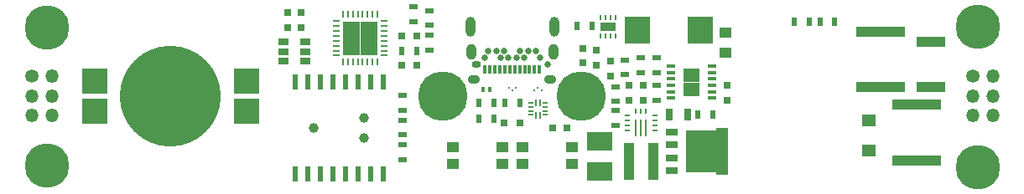
<source format=gbr>
G04 #@! TF.GenerationSoftware,KiCad,Pcbnew,(5.0.0)*
G04 #@! TF.CreationDate,2018-10-02T23:19:20-07:00*
G04 #@! TF.ProjectId,nixie_bottom_board,6E697869655F626F74746F6D5F626F61,rev?*
G04 #@! TF.SameCoordinates,Original*
G04 #@! TF.FileFunction,Soldermask,Top*
G04 #@! TF.FilePolarity,Negative*
%FSLAX46Y46*%
G04 Gerber Fmt 4.6, Leading zero omitted, Abs format (unit mm)*
G04 Created by KiCad (PCBNEW (5.0.0)) date 10/02/18 23:19:20*
%MOMM*%
%LPD*%
G01*
G04 APERTURE LIST*
%ADD10O,1.200000X0.900000*%
%ADD11C,0.650000*%
%ADD12O,0.950000X0.650000*%
%ADD13O,1.000000X2.000000*%
%ADD14O,1.000000X1.600000*%
%ADD15R,0.300000X0.900000*%
%ADD16R,0.500000X0.900000*%
%ADD17R,1.725000X1.725000*%
%ADD18R,0.250000X0.700000*%
%ADD19R,0.700000X0.250000*%
%ADD20R,1.000000X3.800000*%
%ADD21R,0.750000X0.800000*%
%ADD22C,10.200000*%
%ADD23R,2.500000X2.500000*%
%ADD24R,0.800000X0.800000*%
%ADD25R,0.800000X0.750000*%
%ADD26C,0.990600*%
%ADD27R,0.600000X1.500000*%
%ADD28C,1.350000*%
%ADD29O,1.350000X1.350000*%
%ADD30R,0.200000X0.700000*%
%ADD31R,0.500000X0.200000*%
%ADD32R,0.250000X1.800000*%
%ADD33R,0.600000X0.250000*%
%ADD34R,0.250000X0.600000*%
%ADD35R,1.300000X1.000000*%
%ADD36R,0.200000X0.200000*%
%ADD37R,0.300000X0.550000*%
%ADD38R,2.550000X2.700000*%
%ADD39R,2.500000X1.950000*%
%ADD40R,1.150000X0.700000*%
%ADD41R,3.300000X4.200000*%
%ADD42R,1.300000X4.700000*%
%ADD43R,1.250000X1.000000*%
%ADD44R,3.000000X1.000000*%
%ADD45R,5.000000X1.000000*%
%ADD46R,0.900000X0.500000*%
%ADD47C,0.800000*%
%ADD48C,4.500000*%
%ADD49C,5.000000*%
%ADD50R,0.700000X1.300000*%
%ADD51R,1.060000X0.650000*%
%ADD52R,0.825000X0.712500*%
%ADD53R,0.890000X0.420000*%
%ADD54R,1.400000X1.200000*%
%ADD55R,0.250000X0.500000*%
%ADD56R,1.600000X0.900000*%
G04 APERTURE END LIST*
D10*
G04 #@! TO.C,J1*
X146155000Y-98310000D03*
X153845000Y-98310000D03*
D11*
X152400000Y-95410000D03*
X151600000Y-95410000D03*
X150800000Y-95410000D03*
X149200000Y-95410000D03*
X148400000Y-95410000D03*
X147600000Y-95410000D03*
X152800000Y-96110000D03*
X151200000Y-96110000D03*
X150400000Y-96110000D03*
X149600000Y-96110000D03*
X148800000Y-96110000D03*
X147200000Y-96110000D03*
X153600000Y-96760000D03*
D12*
X146400000Y-96760000D03*
D13*
X154220000Y-92995000D03*
X145780000Y-92995000D03*
D14*
X145870000Y-95510000D03*
D15*
X147750000Y-97330000D03*
X149250000Y-97330000D03*
X148750000Y-97330000D03*
X148250000Y-97330000D03*
X147250000Y-97330000D03*
X149750000Y-97330000D03*
X150250000Y-97330000D03*
X150750000Y-97330000D03*
X151250000Y-97330000D03*
X151750000Y-97330000D03*
X152250000Y-97330000D03*
X152750000Y-97330000D03*
D14*
X154130000Y-95510000D03*
G04 #@! TD*
D16*
G04 #@! TO.C,R20*
X182550000Y-92500000D03*
X181050000Y-92500000D03*
G04 #@! TD*
G04 #@! TO.C,R21*
X179950000Y-92500000D03*
X178450000Y-92500000D03*
G04 #@! TD*
D17*
G04 #@! TO.C,U2*
X135512500Y-95012500D03*
X135512500Y-93287500D03*
X133787500Y-95012500D03*
X133787500Y-93287500D03*
D18*
X136400000Y-96550000D03*
X135900000Y-96550000D03*
X135400000Y-96550000D03*
X134900000Y-96550000D03*
X134400000Y-96550000D03*
X133900000Y-96550000D03*
X133400000Y-96550000D03*
X132900000Y-96550000D03*
D19*
X132250000Y-95900000D03*
X132250000Y-95400000D03*
X132250000Y-94900000D03*
X132250000Y-94400000D03*
X132250000Y-93900000D03*
X132250000Y-93400000D03*
X132250000Y-92900000D03*
X132250000Y-92400000D03*
D18*
X132900000Y-91750000D03*
X133400000Y-91750000D03*
X133900000Y-91750000D03*
X134400000Y-91750000D03*
X134900000Y-91750000D03*
X135400000Y-91750000D03*
X135900000Y-91750000D03*
X136400000Y-91750000D03*
D19*
X137050000Y-92400000D03*
X137050000Y-92900000D03*
X137050000Y-93400000D03*
X137050000Y-93900000D03*
X137050000Y-94400000D03*
X137050000Y-94900000D03*
X137050000Y-95400000D03*
X137050000Y-95900000D03*
G04 #@! TD*
D20*
G04 #@! TO.C,L1*
X164200000Y-106600000D03*
X161800000Y-106600000D03*
G04 #@! TD*
D21*
G04 #@! TO.C,C17*
X157100000Y-95150000D03*
X157100000Y-96650000D03*
G04 #@! TD*
D22*
G04 #@! TO.C,BT1*
X115500000Y-100000000D03*
D23*
X107850000Y-101550000D03*
X107850000Y-98450000D03*
X123150000Y-101550000D03*
X123150000Y-98450000D03*
G04 #@! TD*
D24*
G04 #@! TO.C,D5*
X150800000Y-102700000D03*
X149200000Y-102700000D03*
G04 #@! TD*
D16*
G04 #@! TO.C,R13*
X148150000Y-102300000D03*
X146650000Y-102300000D03*
G04 #@! TD*
D25*
G04 #@! TO.C,C12*
X138850000Y-96900000D03*
X140350000Y-96900000D03*
G04 #@! TD*
G04 #@! TO.C,C13*
X140350000Y-93900000D03*
X138850000Y-93900000D03*
G04 #@! TD*
D26*
G04 #@! TO.C,J2*
X135040000Y-102184000D03*
X135040000Y-104216000D03*
X129960000Y-103200000D03*
G04 #@! TD*
D27*
G04 #@! TO.C,U4*
X136945000Y-98550000D03*
X135675000Y-98550000D03*
X134405000Y-98550000D03*
X133135000Y-98550000D03*
X131865000Y-98550000D03*
X130595000Y-98550000D03*
X129325000Y-98550000D03*
X128055000Y-98550000D03*
X128055000Y-107850000D03*
X129325000Y-107850000D03*
X130595000Y-107850000D03*
X131865000Y-107850000D03*
X133135000Y-107850000D03*
X134405000Y-107850000D03*
X135675000Y-107850000D03*
X136945000Y-107850000D03*
G04 #@! TD*
D16*
G04 #@! TO.C,R1*
X149250000Y-100700000D03*
X150750000Y-100700000D03*
G04 #@! TD*
D28*
G04 #@! TO.C,J4*
X101500000Y-98000000D03*
D29*
X103500000Y-98000000D03*
X101500000Y-100000000D03*
X103500000Y-100000000D03*
X101500000Y-102000000D03*
X103500000Y-102000000D03*
G04 #@! TD*
D28*
G04 #@! TO.C,J3*
X196500000Y-98000000D03*
D29*
X198500000Y-98000000D03*
X196500000Y-100000000D03*
X198500000Y-100000000D03*
X196500000Y-102000000D03*
X198500000Y-102000000D03*
G04 #@! TD*
D30*
G04 #@! TO.C,U1*
X152800000Y-100650000D03*
X152400000Y-100650000D03*
D31*
X151850000Y-100700000D03*
X151850000Y-101100000D03*
X151850000Y-101500000D03*
X151850000Y-101900000D03*
D30*
X152400000Y-101950000D03*
X152800000Y-101950000D03*
D31*
X153350000Y-101900000D03*
X153350000Y-101500000D03*
X153350000Y-101100000D03*
X153350000Y-100700000D03*
G04 #@! TD*
D32*
G04 #@! TO.C,U3*
X162500000Y-103250000D03*
X163000000Y-103250000D03*
X163500000Y-103250000D03*
D33*
X164400000Y-103450000D03*
X164400000Y-102950000D03*
X164400000Y-102450000D03*
X164400000Y-101950000D03*
D34*
X163500000Y-101550000D03*
X163000000Y-101550000D03*
X162500000Y-101550000D03*
D33*
X161600000Y-101950000D03*
X161600000Y-102450000D03*
X161600000Y-102950000D03*
X161600000Y-103450000D03*
G04 #@! TD*
D35*
G04 #@! TO.C,SW1*
X149000000Y-106850000D03*
X149000000Y-105150000D03*
X144000000Y-105140000D03*
X144000000Y-106850000D03*
G04 #@! TD*
G04 #@! TO.C,SW2*
X156000000Y-106850000D03*
X156000000Y-105150000D03*
X151000000Y-105140000D03*
X151000000Y-106850000D03*
G04 #@! TD*
D36*
G04 #@! TO.C,D2*
X152940000Y-99450000D03*
X152260000Y-99450000D03*
X152600000Y-99150000D03*
G04 #@! TD*
G04 #@! TO.C,D3*
X149660000Y-99150000D03*
X150340000Y-99150000D03*
X150000000Y-99450000D03*
G04 #@! TD*
D37*
G04 #@! TO.C,D1*
X147050000Y-99300000D03*
X147750000Y-99300000D03*
G04 #@! TD*
D21*
G04 #@! TO.C,C16*
X127300000Y-91550000D03*
X127300000Y-93050000D03*
G04 #@! TD*
D16*
G04 #@! TO.C,R3*
X146650000Y-100700000D03*
X148150000Y-100700000D03*
G04 #@! TD*
D25*
G04 #@! TO.C,C3*
X163250000Y-100400000D03*
X161750000Y-100400000D03*
G04 #@! TD*
D38*
G04 #@! TO.C,C1*
X162650000Y-93300000D03*
X169000000Y-93300000D03*
G04 #@! TD*
D39*
G04 #@! TO.C,C11*
X158800000Y-104575000D03*
X158800000Y-107625000D03*
G04 #@! TD*
D40*
G04 #@! TO.C,Q1*
X166100000Y-107510000D03*
D41*
X169135000Y-105600000D03*
D42*
X171200000Y-105600000D03*
D40*
X166100000Y-106240000D03*
X166100000Y-103690000D03*
X166100000Y-104960000D03*
G04 #@! TD*
D21*
G04 #@! TO.C,C15*
X128700000Y-91550000D03*
X128700000Y-93050000D03*
G04 #@! TD*
D25*
G04 #@! TO.C,C14*
X155550000Y-103200000D03*
X154050000Y-103200000D03*
G04 #@! TD*
D21*
G04 #@! TO.C,C2*
X158500000Y-95350000D03*
X158500000Y-96850000D03*
G04 #@! TD*
D25*
G04 #@! TO.C,C6*
X163250000Y-98900000D03*
X161750000Y-98900000D03*
G04 #@! TD*
D43*
G04 #@! TO.C,C4*
X171500000Y-95600000D03*
X171500000Y-93600000D03*
G04 #@! TD*
D44*
G04 #@! TO.C,C9*
X192300000Y-99100000D03*
X192300000Y-94500000D03*
G04 #@! TD*
D45*
G04 #@! TO.C,C8*
X190800000Y-100900000D03*
X190800000Y-106500000D03*
G04 #@! TD*
D46*
G04 #@! TO.C,R19*
X138900000Y-101450000D03*
X138900000Y-99950000D03*
G04 #@! TD*
D16*
G04 #@! TO.C,R18*
X140350000Y-95400000D03*
X138850000Y-95400000D03*
G04 #@! TD*
D46*
G04 #@! TO.C,R17*
X160400000Y-99050000D03*
X160400000Y-100550000D03*
G04 #@! TD*
G04 #@! TO.C,R16*
X160400000Y-101450000D03*
X160400000Y-102950000D03*
G04 #@! TD*
D47*
G04 #@! TO.C,MH1*
X104237437Y-91862563D03*
X104750000Y-93100000D03*
X104237437Y-94337437D03*
X103000000Y-94850000D03*
X101762563Y-94337437D03*
X101250000Y-93100000D03*
X101762563Y-91862563D03*
X103000000Y-91350000D03*
D48*
X103000000Y-93100000D03*
G04 #@! TD*
G04 #@! TO.C,MH2*
X103000000Y-107000000D03*
D47*
X103000000Y-105250000D03*
X101762563Y-105762563D03*
X101250000Y-107000000D03*
X101762563Y-108237437D03*
X103000000Y-108750000D03*
X104237437Y-108237437D03*
X104750000Y-107000000D03*
X104237437Y-105762563D03*
G04 #@! TD*
G04 #@! TO.C,MH3*
X198237437Y-91762563D03*
X198750000Y-93000000D03*
X198237437Y-94237437D03*
X197000000Y-94750000D03*
X195762563Y-94237437D03*
X195250000Y-93000000D03*
X195762563Y-91762563D03*
X197000000Y-91250000D03*
D48*
X197000000Y-93000000D03*
G04 #@! TD*
G04 #@! TO.C,MH4*
X197000000Y-107200000D03*
D47*
X197000000Y-105450000D03*
X195762563Y-105962563D03*
X195250000Y-107200000D03*
X195762563Y-108437437D03*
X197000000Y-108950000D03*
X198237437Y-108437437D03*
X198750000Y-107200000D03*
X198237437Y-105962563D03*
G04 #@! TD*
D49*
G04 #@! TO.C,MH6*
X157000000Y-100000000D03*
D47*
X158875000Y-100000000D03*
X158325825Y-101325825D03*
X157000000Y-101875000D03*
X155674175Y-101325825D03*
X155125000Y-100000000D03*
X155674175Y-98674175D03*
X157000000Y-98125000D03*
X158325825Y-98674175D03*
G04 #@! TD*
G04 #@! TO.C,MH5*
X144325825Y-98674175D03*
X143000000Y-98125000D03*
X141674175Y-98674175D03*
X141125000Y-100000000D03*
X141674175Y-101325825D03*
X143000000Y-101875000D03*
X144325825Y-101325825D03*
X144875000Y-100000000D03*
D49*
X143000000Y-100000000D03*
G04 #@! TD*
D21*
G04 #@! TO.C,C5*
X159900000Y-96450000D03*
X159900000Y-97950000D03*
G04 #@! TD*
G04 #@! TO.C,C7*
X171700000Y-100450000D03*
X171700000Y-98950000D03*
G04 #@! TD*
D46*
G04 #@! TO.C,R9*
X163000000Y-96150000D03*
X163000000Y-97650000D03*
G04 #@! TD*
G04 #@! TO.C,R6*
X164600000Y-100450000D03*
X164600000Y-98950000D03*
G04 #@! TD*
G04 #@! TO.C,R7*
X161400000Y-96350000D03*
X161400000Y-97850000D03*
G04 #@! TD*
G04 #@! TO.C,R5*
X138900000Y-104950000D03*
X138900000Y-106450000D03*
G04 #@! TD*
G04 #@! TO.C,R2*
X141600000Y-95350000D03*
X141600000Y-93850000D03*
G04 #@! TD*
D16*
G04 #@! TO.C,R8*
X168750000Y-101900000D03*
X170250000Y-101900000D03*
G04 #@! TD*
D46*
G04 #@! TO.C,R10*
X164600000Y-97650000D03*
X164600000Y-96150000D03*
G04 #@! TD*
D45*
G04 #@! TO.C,C10*
X187200000Y-93500000D03*
X187200000Y-99100000D03*
G04 #@! TD*
D46*
G04 #@! TO.C,R4*
X138900000Y-103950000D03*
X138900000Y-102450000D03*
G04 #@! TD*
D50*
G04 #@! TO.C,R11*
X167750000Y-101900000D03*
X165850000Y-101900000D03*
G04 #@! TD*
D51*
G04 #@! TO.C,U5*
X126900000Y-94550000D03*
X126900000Y-95500000D03*
X126900000Y-96450000D03*
X129100000Y-96450000D03*
X129100000Y-94550000D03*
X129100000Y-95500000D03*
G04 #@! TD*
D52*
G04 #@! TO.C,U6*
X167687500Y-97531250D03*
X167687500Y-98243750D03*
X167687500Y-98956250D03*
X167687500Y-99668750D03*
X168512500Y-97531250D03*
X168512500Y-98243750D03*
X168512500Y-98956250D03*
X168512500Y-99668750D03*
D53*
X170205000Y-96975000D03*
X170205000Y-97625000D03*
X170205000Y-98275000D03*
X170205000Y-98925000D03*
X170205000Y-99575000D03*
X170205000Y-100225000D03*
X165995000Y-100225000D03*
X165995000Y-99575000D03*
X165995000Y-98925000D03*
X165995000Y-98275000D03*
X165995000Y-97625000D03*
X165995000Y-96975000D03*
G04 #@! TD*
D54*
G04 #@! TO.C,D4*
X186000000Y-105550000D03*
X186000000Y-102450000D03*
G04 #@! TD*
D46*
G04 #@! TO.C,R12*
X141600000Y-92850000D03*
X141600000Y-91350000D03*
G04 #@! TD*
D16*
G04 #@! TO.C,R14*
X156550000Y-92900000D03*
X158050000Y-92900000D03*
G04 #@! TD*
D46*
G04 #@! TO.C,R15*
X140000000Y-92450000D03*
X140000000Y-90950000D03*
G04 #@! TD*
D55*
G04 #@! TO.C,U7*
X159950000Y-92050000D03*
X160450000Y-92050000D03*
X160450000Y-93950000D03*
X159450000Y-93950000D03*
X158950000Y-93950000D03*
D56*
X159700000Y-93000000D03*
D55*
X158950000Y-92050000D03*
X159450000Y-92050000D03*
X159950000Y-93950000D03*
G04 #@! TD*
M02*

</source>
